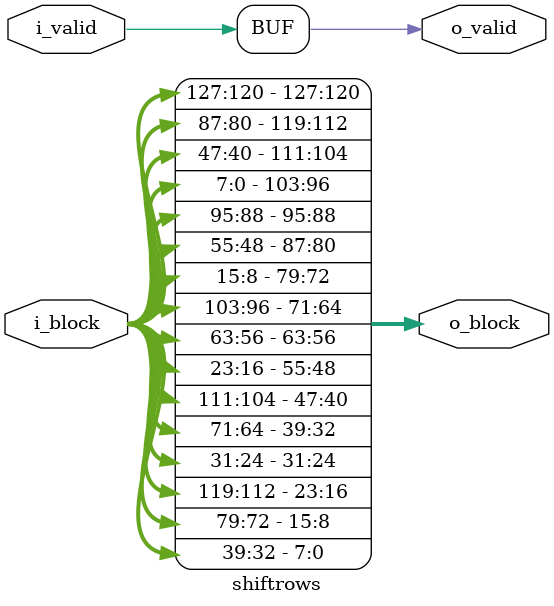
<source format=sv>
module shiftrows #(
    parameter WORD = 32,
    parameter NB   = 4
) (
    input  wire               i_valid,
    input  wire [WORD*NB-1:0] i_block,
    output wire               o_valid,
    output wire [WORD*NB-1:0] o_block
);

    assign o_valid = i_valid;

    // 1st row (s_{00}->s_{00}, s_{01}->s_{01}, s_{02}->s_{02}, s_{03}->s_{03})
    assign o_block[127:120] = i_block[127:120];
    assign o_block[95:88]   = i_block[95:88];
    assign o_block[63:56]   = i_block[63:56];
    assign o_block[31:24]   = i_block[31:24];

    // 2nd row (s_{10}->s_{11}, s_{11}->s_{12}, s_{12}->s_{13}, s_{13}->s_{10})
    assign o_block[119:112] = i_block[87:80];
    assign o_block[87:80]   = i_block[55:48];
    assign o_block[55:48]   = i_block[23:16];
    assign o_block[23:16]   = i_block[119:112];

    // 3rd row (s_{20}->s_{22}, s_{21}->s_{23}, s_{22}->s_{20}, s_{23}->s_{21})
    assign o_block[111:104] = i_block[47:40];
    assign o_block[79:72]   = i_block[15:8];
    assign o_block[47:40]   = i_block[111:104];
    assign o_block[15:8]    = i_block[79:72];

    // 4th row (s_{30}->s_{33}, s_{31}->s_{30}, s_{32}->s_{31}, s_{33}->s_{32})
    assign o_block[103:96]  = i_block[7:0];
    assign o_block[71:64]   = i_block[103:96];
    assign o_block[39:32]   = i_block[71:64];
    assign o_block[7:0]     = i_block[39:32];

endmodule

</source>
